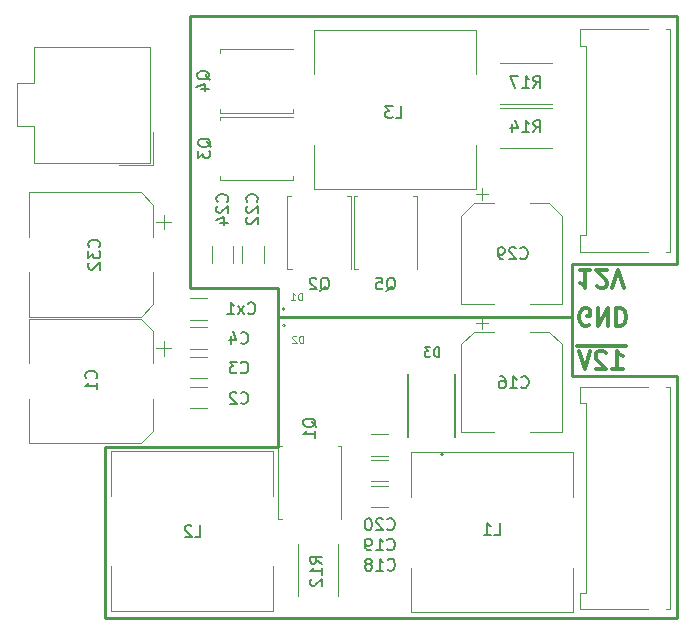
<source format=gbr>
G04 #@! TF.GenerationSoftware,KiCad,Pcbnew,(6.0.0)*
G04 #@! TF.CreationDate,2022-03-25T20:26:53+08:00*
G04 #@! TF.ProjectId,Dual-Power,4475616c-2d50-46f7-9765-722e6b696361,rev?*
G04 #@! TF.SameCoordinates,Original*
G04 #@! TF.FileFunction,Legend,Bot*
G04 #@! TF.FilePolarity,Positive*
%FSLAX46Y46*%
G04 Gerber Fmt 4.6, Leading zero omitted, Abs format (unit mm)*
G04 Created by KiCad (PCBNEW (6.0.0)) date 2022-03-25 20:26:53*
%MOMM*%
%LPD*%
G01*
G04 APERTURE LIST*
%ADD10C,0.250000*%
%ADD11C,0.120000*%
%ADD12C,0.300000*%
%ADD13C,0.150000*%
%ADD14C,0.100000*%
%ADD15C,0.127000*%
%ADD16C,0.200000*%
G04 APERTURE END LIST*
D10*
X135300000Y-97800000D02*
X135300000Y-86800000D01*
X160200000Y-91760000D02*
X160200000Y-86800000D01*
X160200000Y-91760000D02*
X169100000Y-91760000D01*
D11*
X135951421Y-87500000D02*
G75*
G03*
X135951421Y-87500000I-141421J0D01*
G01*
D10*
X169100000Y-91760000D02*
X169100000Y-112300000D01*
X160200000Y-82300000D02*
X169100000Y-82300000D01*
X169100000Y-112300000D02*
X120700000Y-112300000D01*
X135300000Y-86800000D02*
X160200000Y-86800000D01*
X120700000Y-97800000D02*
X135300000Y-97800000D01*
X127900000Y-84300000D02*
X135300000Y-84300000D01*
X160200000Y-86800000D02*
X160200000Y-82300000D01*
X127900000Y-61300000D02*
X127900000Y-84300000D01*
X169100000Y-61300000D02*
X127900000Y-61300000D01*
X135300000Y-84300000D02*
X135300000Y-86800000D01*
X169100000Y-82300000D02*
X169100000Y-61300000D01*
X120700000Y-112300000D02*
X120700000Y-97800000D01*
D11*
X135941421Y-86100000D02*
G75*
G03*
X135941421Y-86100000I-141421J0D01*
G01*
D12*
X161771428Y-82821428D02*
X160914285Y-82821428D01*
X161342857Y-82821428D02*
X161342857Y-84321428D01*
X161200000Y-84107142D01*
X161057142Y-83964285D01*
X160914285Y-83892857D01*
X162342857Y-84178571D02*
X162414285Y-84250000D01*
X162557142Y-84321428D01*
X162914285Y-84321428D01*
X163057142Y-84250000D01*
X163128571Y-84178571D01*
X163200000Y-84035714D01*
X163200000Y-83892857D01*
X163128571Y-83678571D01*
X162271428Y-82821428D01*
X163200000Y-82821428D01*
X163628571Y-84321428D02*
X164128571Y-82821428D01*
X164628571Y-84321428D01*
X164771427Y-89255000D02*
X163342856Y-89255000D01*
X163628570Y-91178571D02*
X164485713Y-91178571D01*
X164057141Y-91178571D02*
X164057141Y-89678571D01*
X164199999Y-89892857D01*
X164342856Y-90035714D01*
X164485713Y-90107142D01*
X163342856Y-89255000D02*
X161914284Y-89255000D01*
X163057141Y-89821428D02*
X162985713Y-89750000D01*
X162842856Y-89678571D01*
X162485713Y-89678571D01*
X162342856Y-89750000D01*
X162271427Y-89821428D01*
X162199999Y-89964285D01*
X162199999Y-90107142D01*
X162271427Y-90321428D01*
X163128570Y-91178571D01*
X162199999Y-91178571D01*
X161914284Y-89255000D02*
X160628570Y-89255000D01*
X161771427Y-89678571D02*
X161271427Y-91178571D01*
X160771427Y-89678571D01*
X161657142Y-87450000D02*
X161514285Y-87521428D01*
X161300000Y-87521428D01*
X161085714Y-87450000D01*
X160942857Y-87307142D01*
X160871428Y-87164285D01*
X160800000Y-86878571D01*
X160800000Y-86664285D01*
X160871428Y-86378571D01*
X160942857Y-86235714D01*
X161085714Y-86092857D01*
X161300000Y-86021428D01*
X161442857Y-86021428D01*
X161657142Y-86092857D01*
X161728571Y-86164285D01*
X161728571Y-86664285D01*
X161442857Y-86664285D01*
X162371428Y-86021428D02*
X162371428Y-87521428D01*
X163228571Y-86021428D01*
X163228571Y-87521428D01*
X163942857Y-86021428D02*
X163942857Y-87521428D01*
X164300000Y-87521428D01*
X164514285Y-87450000D01*
X164657142Y-87307142D01*
X164728571Y-87164285D01*
X164800000Y-86878571D01*
X164800000Y-86664285D01*
X164728571Y-86378571D01*
X164657142Y-86235714D01*
X164514285Y-86092857D01*
X164300000Y-86021428D01*
X163942857Y-86021428D01*
D13*
G04 #@! TO.C,C1*
X119907142Y-91963333D02*
X119954761Y-91915714D01*
X120002380Y-91772857D01*
X120002380Y-91677619D01*
X119954761Y-91534761D01*
X119859523Y-91439523D01*
X119764285Y-91391904D01*
X119573809Y-91344285D01*
X119430952Y-91344285D01*
X119240476Y-91391904D01*
X119145238Y-91439523D01*
X119050000Y-91534761D01*
X119002380Y-91677619D01*
X119002380Y-91772857D01*
X119050000Y-91915714D01*
X119097619Y-91963333D01*
X120002380Y-92915714D02*
X120002380Y-92344285D01*
X120002380Y-92630000D02*
X119002380Y-92630000D01*
X119145238Y-92534761D01*
X119240476Y-92439523D01*
X119288095Y-92344285D01*
G04 #@! TO.C,C2*
X132166666Y-94057142D02*
X132214285Y-94104761D01*
X132357142Y-94152380D01*
X132452380Y-94152380D01*
X132595238Y-94104761D01*
X132690476Y-94009523D01*
X132738095Y-93914285D01*
X132785714Y-93723809D01*
X132785714Y-93580952D01*
X132738095Y-93390476D01*
X132690476Y-93295238D01*
X132595238Y-93200000D01*
X132452380Y-93152380D01*
X132357142Y-93152380D01*
X132214285Y-93200000D01*
X132166666Y-93247619D01*
X131785714Y-93247619D02*
X131738095Y-93200000D01*
X131642857Y-93152380D01*
X131404761Y-93152380D01*
X131309523Y-93200000D01*
X131261904Y-93247619D01*
X131214285Y-93342857D01*
X131214285Y-93438095D01*
X131261904Y-93580952D01*
X131833333Y-94152380D01*
X131214285Y-94152380D01*
G04 #@! TO.C,C3*
X132166666Y-91457142D02*
X132214285Y-91504761D01*
X132357142Y-91552380D01*
X132452380Y-91552380D01*
X132595238Y-91504761D01*
X132690476Y-91409523D01*
X132738095Y-91314285D01*
X132785714Y-91123809D01*
X132785714Y-90980952D01*
X132738095Y-90790476D01*
X132690476Y-90695238D01*
X132595238Y-90600000D01*
X132452380Y-90552380D01*
X132357142Y-90552380D01*
X132214285Y-90600000D01*
X132166666Y-90647619D01*
X131833333Y-90552380D02*
X131214285Y-90552380D01*
X131547619Y-90933333D01*
X131404761Y-90933333D01*
X131309523Y-90980952D01*
X131261904Y-91028571D01*
X131214285Y-91123809D01*
X131214285Y-91361904D01*
X131261904Y-91457142D01*
X131309523Y-91504761D01*
X131404761Y-91552380D01*
X131690476Y-91552380D01*
X131785714Y-91504761D01*
X131833333Y-91457142D01*
G04 #@! TO.C,C4*
X132166666Y-88957142D02*
X132214285Y-89004761D01*
X132357142Y-89052380D01*
X132452380Y-89052380D01*
X132595238Y-89004761D01*
X132690476Y-88909523D01*
X132738095Y-88814285D01*
X132785714Y-88623809D01*
X132785714Y-88480952D01*
X132738095Y-88290476D01*
X132690476Y-88195238D01*
X132595238Y-88100000D01*
X132452380Y-88052380D01*
X132357142Y-88052380D01*
X132214285Y-88100000D01*
X132166666Y-88147619D01*
X131309523Y-88385714D02*
X131309523Y-89052380D01*
X131547619Y-88004761D02*
X131785714Y-88719047D01*
X131166666Y-88719047D01*
G04 #@! TO.C,C16*
X155912857Y-92707142D02*
X155960476Y-92754761D01*
X156103333Y-92802380D01*
X156198571Y-92802380D01*
X156341428Y-92754761D01*
X156436666Y-92659523D01*
X156484285Y-92564285D01*
X156531904Y-92373809D01*
X156531904Y-92230952D01*
X156484285Y-92040476D01*
X156436666Y-91945238D01*
X156341428Y-91850000D01*
X156198571Y-91802380D01*
X156103333Y-91802380D01*
X155960476Y-91850000D01*
X155912857Y-91897619D01*
X154960476Y-92802380D02*
X155531904Y-92802380D01*
X155246190Y-92802380D02*
X155246190Y-91802380D01*
X155341428Y-91945238D01*
X155436666Y-92040476D01*
X155531904Y-92088095D01*
X154103333Y-91802380D02*
X154293809Y-91802380D01*
X154389047Y-91850000D01*
X154436666Y-91897619D01*
X154531904Y-92040476D01*
X154579523Y-92230952D01*
X154579523Y-92611904D01*
X154531904Y-92707142D01*
X154484285Y-92754761D01*
X154389047Y-92802380D01*
X154198571Y-92802380D01*
X154103333Y-92754761D01*
X154055714Y-92707142D01*
X154008095Y-92611904D01*
X154008095Y-92373809D01*
X154055714Y-92278571D01*
X154103333Y-92230952D01*
X154198571Y-92183333D01*
X154389047Y-92183333D01*
X154484285Y-92230952D01*
X154531904Y-92278571D01*
X154579523Y-92373809D01*
G04 #@! TO.C,C18*
X144602857Y-108157142D02*
X144650476Y-108204761D01*
X144793333Y-108252380D01*
X144888571Y-108252380D01*
X145031428Y-108204761D01*
X145126666Y-108109523D01*
X145174285Y-108014285D01*
X145221904Y-107823809D01*
X145221904Y-107680952D01*
X145174285Y-107490476D01*
X145126666Y-107395238D01*
X145031428Y-107300000D01*
X144888571Y-107252380D01*
X144793333Y-107252380D01*
X144650476Y-107300000D01*
X144602857Y-107347619D01*
X143650476Y-108252380D02*
X144221904Y-108252380D01*
X143936190Y-108252380D02*
X143936190Y-107252380D01*
X144031428Y-107395238D01*
X144126666Y-107490476D01*
X144221904Y-107538095D01*
X143079047Y-107680952D02*
X143174285Y-107633333D01*
X143221904Y-107585714D01*
X143269523Y-107490476D01*
X143269523Y-107442857D01*
X143221904Y-107347619D01*
X143174285Y-107300000D01*
X143079047Y-107252380D01*
X142888571Y-107252380D01*
X142793333Y-107300000D01*
X142745714Y-107347619D01*
X142698095Y-107442857D01*
X142698095Y-107490476D01*
X142745714Y-107585714D01*
X142793333Y-107633333D01*
X142888571Y-107680952D01*
X143079047Y-107680952D01*
X143174285Y-107728571D01*
X143221904Y-107776190D01*
X143269523Y-107871428D01*
X143269523Y-108061904D01*
X143221904Y-108157142D01*
X143174285Y-108204761D01*
X143079047Y-108252380D01*
X142888571Y-108252380D01*
X142793333Y-108204761D01*
X142745714Y-108157142D01*
X142698095Y-108061904D01*
X142698095Y-107871428D01*
X142745714Y-107776190D01*
X142793333Y-107728571D01*
X142888571Y-107680952D01*
G04 #@! TO.C,C19*
X144577857Y-106457142D02*
X144625476Y-106504761D01*
X144768333Y-106552380D01*
X144863571Y-106552380D01*
X145006428Y-106504761D01*
X145101666Y-106409523D01*
X145149285Y-106314285D01*
X145196904Y-106123809D01*
X145196904Y-105980952D01*
X145149285Y-105790476D01*
X145101666Y-105695238D01*
X145006428Y-105600000D01*
X144863571Y-105552380D01*
X144768333Y-105552380D01*
X144625476Y-105600000D01*
X144577857Y-105647619D01*
X143625476Y-106552380D02*
X144196904Y-106552380D01*
X143911190Y-106552380D02*
X143911190Y-105552380D01*
X144006428Y-105695238D01*
X144101666Y-105790476D01*
X144196904Y-105838095D01*
X143149285Y-106552380D02*
X142958809Y-106552380D01*
X142863571Y-106504761D01*
X142815952Y-106457142D01*
X142720714Y-106314285D01*
X142673095Y-106123809D01*
X142673095Y-105742857D01*
X142720714Y-105647619D01*
X142768333Y-105600000D01*
X142863571Y-105552380D01*
X143054047Y-105552380D01*
X143149285Y-105600000D01*
X143196904Y-105647619D01*
X143244523Y-105742857D01*
X143244523Y-105980952D01*
X143196904Y-106076190D01*
X143149285Y-106123809D01*
X143054047Y-106171428D01*
X142863571Y-106171428D01*
X142768333Y-106123809D01*
X142720714Y-106076190D01*
X142673095Y-105980952D01*
G04 #@! TO.C,C20*
X144577857Y-104737142D02*
X144625476Y-104784761D01*
X144768333Y-104832380D01*
X144863571Y-104832380D01*
X145006428Y-104784761D01*
X145101666Y-104689523D01*
X145149285Y-104594285D01*
X145196904Y-104403809D01*
X145196904Y-104260952D01*
X145149285Y-104070476D01*
X145101666Y-103975238D01*
X145006428Y-103880000D01*
X144863571Y-103832380D01*
X144768333Y-103832380D01*
X144625476Y-103880000D01*
X144577857Y-103927619D01*
X144196904Y-103927619D02*
X144149285Y-103880000D01*
X144054047Y-103832380D01*
X143815952Y-103832380D01*
X143720714Y-103880000D01*
X143673095Y-103927619D01*
X143625476Y-104022857D01*
X143625476Y-104118095D01*
X143673095Y-104260952D01*
X144244523Y-104832380D01*
X143625476Y-104832380D01*
X143006428Y-103832380D02*
X142911190Y-103832380D01*
X142815952Y-103880000D01*
X142768333Y-103927619D01*
X142720714Y-104022857D01*
X142673095Y-104213333D01*
X142673095Y-104451428D01*
X142720714Y-104641904D01*
X142768333Y-104737142D01*
X142815952Y-104784761D01*
X142911190Y-104832380D01*
X143006428Y-104832380D01*
X143101666Y-104784761D01*
X143149285Y-104737142D01*
X143196904Y-104641904D01*
X143244523Y-104451428D01*
X143244523Y-104213333D01*
X143196904Y-104022857D01*
X143149285Y-103927619D01*
X143101666Y-103880000D01*
X143006428Y-103832380D01*
G04 #@! TO.C,C22*
X133507142Y-77017143D02*
X133554761Y-76969524D01*
X133602380Y-76826667D01*
X133602380Y-76731429D01*
X133554761Y-76588572D01*
X133459523Y-76493334D01*
X133364285Y-76445715D01*
X133173809Y-76398096D01*
X133030952Y-76398096D01*
X132840476Y-76445715D01*
X132745238Y-76493334D01*
X132650000Y-76588572D01*
X132602380Y-76731429D01*
X132602380Y-76826667D01*
X132650000Y-76969524D01*
X132697619Y-77017143D01*
X132697619Y-77398096D02*
X132650000Y-77445715D01*
X132602380Y-77540953D01*
X132602380Y-77779048D01*
X132650000Y-77874286D01*
X132697619Y-77921905D01*
X132792857Y-77969524D01*
X132888095Y-77969524D01*
X133030952Y-77921905D01*
X133602380Y-77350477D01*
X133602380Y-77969524D01*
X132697619Y-78350477D02*
X132650000Y-78398096D01*
X132602380Y-78493334D01*
X132602380Y-78731429D01*
X132650000Y-78826667D01*
X132697619Y-78874286D01*
X132792857Y-78921905D01*
X132888095Y-78921905D01*
X133030952Y-78874286D01*
X133602380Y-78302858D01*
X133602380Y-78921905D01*
G04 #@! TO.C,C24*
X131007142Y-77017142D02*
X131054761Y-76969523D01*
X131102380Y-76826666D01*
X131102380Y-76731428D01*
X131054761Y-76588571D01*
X130959523Y-76493333D01*
X130864285Y-76445714D01*
X130673809Y-76398095D01*
X130530952Y-76398095D01*
X130340476Y-76445714D01*
X130245238Y-76493333D01*
X130150000Y-76588571D01*
X130102380Y-76731428D01*
X130102380Y-76826666D01*
X130150000Y-76969523D01*
X130197619Y-77017142D01*
X130197619Y-77398095D02*
X130150000Y-77445714D01*
X130102380Y-77540952D01*
X130102380Y-77779047D01*
X130150000Y-77874285D01*
X130197619Y-77921904D01*
X130292857Y-77969523D01*
X130388095Y-77969523D01*
X130530952Y-77921904D01*
X131102380Y-77350476D01*
X131102380Y-77969523D01*
X130435714Y-78826666D02*
X131102380Y-78826666D01*
X130054761Y-78588571D02*
X130769047Y-78350476D01*
X130769047Y-78969523D01*
D14*
G04 #@! TO.C,D1*
X137342857Y-85381479D02*
X137342857Y-84781479D01*
X137200000Y-84781479D01*
X137114285Y-84810051D01*
X137057142Y-84867193D01*
X137028571Y-84924336D01*
X137000000Y-85038622D01*
X137000000Y-85124336D01*
X137028571Y-85238622D01*
X137057142Y-85295765D01*
X137114285Y-85352908D01*
X137200000Y-85381479D01*
X137342857Y-85381479D01*
X136428571Y-85381479D02*
X136771428Y-85381479D01*
X136600000Y-85381479D02*
X136600000Y-84781479D01*
X136657142Y-84867193D01*
X136714285Y-84924336D01*
X136771428Y-84952908D01*
G04 #@! TO.C,D2*
X137442857Y-88971428D02*
X137442857Y-88371428D01*
X137300000Y-88371428D01*
X137214285Y-88400000D01*
X137157142Y-88457142D01*
X137128571Y-88514285D01*
X137100000Y-88628571D01*
X137100000Y-88714285D01*
X137128571Y-88828571D01*
X137157142Y-88885714D01*
X137214285Y-88942857D01*
X137300000Y-88971428D01*
X137442857Y-88971428D01*
X136871428Y-88428571D02*
X136842857Y-88400000D01*
X136785714Y-88371428D01*
X136642857Y-88371428D01*
X136585714Y-88400000D01*
X136557142Y-88428571D01*
X136528571Y-88485714D01*
X136528571Y-88542857D01*
X136557142Y-88628571D01*
X136900000Y-88971428D01*
X136528571Y-88971428D01*
D13*
G04 #@! TO.C,D3*
X148950476Y-90153904D02*
X148950476Y-89353904D01*
X148760000Y-89353904D01*
X148645714Y-89392000D01*
X148569523Y-89468190D01*
X148531428Y-89544380D01*
X148493333Y-89696761D01*
X148493333Y-89811047D01*
X148531428Y-89963428D01*
X148569523Y-90039619D01*
X148645714Y-90115809D01*
X148760000Y-90153904D01*
X148950476Y-90153904D01*
X148226666Y-89353904D02*
X147731428Y-89353904D01*
X147998095Y-89658666D01*
X147883809Y-89658666D01*
X147807619Y-89696761D01*
X147769523Y-89734857D01*
X147731428Y-89811047D01*
X147731428Y-90001523D01*
X147769523Y-90077714D01*
X147807619Y-90115809D01*
X147883809Y-90153904D01*
X148112380Y-90153904D01*
X148188571Y-90115809D01*
X148226666Y-90077714D01*
G04 #@! TO.C,L1*
X153616666Y-105232380D02*
X154092857Y-105232380D01*
X154092857Y-104232380D01*
X152759523Y-105232380D02*
X153330952Y-105232380D01*
X153045238Y-105232380D02*
X153045238Y-104232380D01*
X153140476Y-104375238D01*
X153235714Y-104470476D01*
X153330952Y-104518095D01*
G04 #@! TO.C,L2*
X128256666Y-105392380D02*
X128732857Y-105392380D01*
X128732857Y-104392380D01*
X127970952Y-104487619D02*
X127923333Y-104440000D01*
X127828095Y-104392380D01*
X127590000Y-104392380D01*
X127494761Y-104440000D01*
X127447142Y-104487619D01*
X127399523Y-104582857D01*
X127399523Y-104678095D01*
X127447142Y-104820952D01*
X128018571Y-105392380D01*
X127399523Y-105392380D01*
G04 #@! TO.C,L3*
X145266666Y-69922380D02*
X145742857Y-69922380D01*
X145742857Y-68922380D01*
X145028571Y-68922380D02*
X144409523Y-68922380D01*
X144742857Y-69303333D01*
X144600000Y-69303333D01*
X144504761Y-69350952D01*
X144457142Y-69398571D01*
X144409523Y-69493809D01*
X144409523Y-69731904D01*
X144457142Y-69827142D01*
X144504761Y-69874761D01*
X144600000Y-69922380D01*
X144885714Y-69922380D01*
X144980952Y-69874761D01*
X145028571Y-69827142D01*
G04 #@! TO.C,Q1*
X138547619Y-96104761D02*
X138500000Y-96009523D01*
X138404761Y-95914285D01*
X138261904Y-95771428D01*
X138214285Y-95676190D01*
X138214285Y-95580952D01*
X138452380Y-95628571D02*
X138404761Y-95533333D01*
X138309523Y-95438095D01*
X138119047Y-95390476D01*
X137785714Y-95390476D01*
X137595238Y-95438095D01*
X137500000Y-95533333D01*
X137452380Y-95628571D01*
X137452380Y-95819047D01*
X137500000Y-95914285D01*
X137595238Y-96009523D01*
X137785714Y-96057142D01*
X138119047Y-96057142D01*
X138309523Y-96009523D01*
X138404761Y-95914285D01*
X138452380Y-95819047D01*
X138452380Y-95628571D01*
X138452380Y-97009523D02*
X138452380Y-96438095D01*
X138452380Y-96723809D02*
X137452380Y-96723809D01*
X137595238Y-96628571D01*
X137690476Y-96533333D01*
X137738095Y-96438095D01*
G04 #@! TO.C,Q2*
X138895238Y-84547619D02*
X138990476Y-84500000D01*
X139085714Y-84404761D01*
X139228571Y-84261904D01*
X139323809Y-84214285D01*
X139419047Y-84214285D01*
X139371428Y-84452380D02*
X139466666Y-84404761D01*
X139561904Y-84309523D01*
X139609523Y-84119047D01*
X139609523Y-83785714D01*
X139561904Y-83595238D01*
X139466666Y-83500000D01*
X139371428Y-83452380D01*
X139180952Y-83452380D01*
X139085714Y-83500000D01*
X138990476Y-83595238D01*
X138942857Y-83785714D01*
X138942857Y-84119047D01*
X138990476Y-84309523D01*
X139085714Y-84404761D01*
X139180952Y-84452380D01*
X139371428Y-84452380D01*
X138561904Y-83547619D02*
X138514285Y-83500000D01*
X138419047Y-83452380D01*
X138180952Y-83452380D01*
X138085714Y-83500000D01*
X138038095Y-83547619D01*
X137990476Y-83642857D01*
X137990476Y-83738095D01*
X138038095Y-83880952D01*
X138609523Y-84452380D01*
X137990476Y-84452380D01*
G04 #@! TO.C,Q3*
X129647619Y-72404761D02*
X129600000Y-72309523D01*
X129504761Y-72214285D01*
X129361904Y-72071428D01*
X129314285Y-71976190D01*
X129314285Y-71880952D01*
X129552380Y-71928571D02*
X129504761Y-71833333D01*
X129409523Y-71738095D01*
X129219047Y-71690476D01*
X128885714Y-71690476D01*
X128695238Y-71738095D01*
X128600000Y-71833333D01*
X128552380Y-71928571D01*
X128552380Y-72119047D01*
X128600000Y-72214285D01*
X128695238Y-72309523D01*
X128885714Y-72357142D01*
X129219047Y-72357142D01*
X129409523Y-72309523D01*
X129504761Y-72214285D01*
X129552380Y-72119047D01*
X129552380Y-71928571D01*
X128552380Y-72690476D02*
X128552380Y-73309523D01*
X128933333Y-72976190D01*
X128933333Y-73119047D01*
X128980952Y-73214285D01*
X129028571Y-73261904D01*
X129123809Y-73309523D01*
X129361904Y-73309523D01*
X129457142Y-73261904D01*
X129504761Y-73214285D01*
X129552380Y-73119047D01*
X129552380Y-72833333D01*
X129504761Y-72738095D01*
X129457142Y-72690476D01*
G04 #@! TO.C,R12*
X139042380Y-107657142D02*
X138566190Y-107323809D01*
X139042380Y-107085714D02*
X138042380Y-107085714D01*
X138042380Y-107466666D01*
X138090000Y-107561904D01*
X138137619Y-107609523D01*
X138232857Y-107657142D01*
X138375714Y-107657142D01*
X138470952Y-107609523D01*
X138518571Y-107561904D01*
X138566190Y-107466666D01*
X138566190Y-107085714D01*
X139042380Y-108609523D02*
X139042380Y-108038095D01*
X139042380Y-108323809D02*
X138042380Y-108323809D01*
X138185238Y-108228571D01*
X138280476Y-108133333D01*
X138328095Y-108038095D01*
X138137619Y-108990476D02*
X138090000Y-109038095D01*
X138042380Y-109133333D01*
X138042380Y-109371428D01*
X138090000Y-109466666D01*
X138137619Y-109514285D01*
X138232857Y-109561904D01*
X138328095Y-109561904D01*
X138470952Y-109514285D01*
X139042380Y-108942857D01*
X139042380Y-109561904D01*
G04 #@! TO.C,R14*
X156942857Y-71132380D02*
X157276190Y-70656190D01*
X157514285Y-71132380D02*
X157514285Y-70132380D01*
X157133333Y-70132380D01*
X157038095Y-70180000D01*
X156990476Y-70227619D01*
X156942857Y-70322857D01*
X156942857Y-70465714D01*
X156990476Y-70560952D01*
X157038095Y-70608571D01*
X157133333Y-70656190D01*
X157514285Y-70656190D01*
X155990476Y-71132380D02*
X156561904Y-71132380D01*
X156276190Y-71132380D02*
X156276190Y-70132380D01*
X156371428Y-70275238D01*
X156466666Y-70370476D01*
X156561904Y-70418095D01*
X155133333Y-70465714D02*
X155133333Y-71132380D01*
X155371428Y-70084761D02*
X155609523Y-70799047D01*
X154990476Y-70799047D01*
G04 #@! TO.C,C29*
X155832857Y-81787142D02*
X155880476Y-81834761D01*
X156023333Y-81882380D01*
X156118571Y-81882380D01*
X156261428Y-81834761D01*
X156356666Y-81739523D01*
X156404285Y-81644285D01*
X156451904Y-81453809D01*
X156451904Y-81310952D01*
X156404285Y-81120476D01*
X156356666Y-81025238D01*
X156261428Y-80930000D01*
X156118571Y-80882380D01*
X156023333Y-80882380D01*
X155880476Y-80930000D01*
X155832857Y-80977619D01*
X155451904Y-80977619D02*
X155404285Y-80930000D01*
X155309047Y-80882380D01*
X155070952Y-80882380D01*
X154975714Y-80930000D01*
X154928095Y-80977619D01*
X154880476Y-81072857D01*
X154880476Y-81168095D01*
X154928095Y-81310952D01*
X155499523Y-81882380D01*
X154880476Y-81882380D01*
X154404285Y-81882380D02*
X154213809Y-81882380D01*
X154118571Y-81834761D01*
X154070952Y-81787142D01*
X153975714Y-81644285D01*
X153928095Y-81453809D01*
X153928095Y-81072857D01*
X153975714Y-80977619D01*
X154023333Y-80930000D01*
X154118571Y-80882380D01*
X154309047Y-80882380D01*
X154404285Y-80930000D01*
X154451904Y-80977619D01*
X154499523Y-81072857D01*
X154499523Y-81310952D01*
X154451904Y-81406190D01*
X154404285Y-81453809D01*
X154309047Y-81501428D01*
X154118571Y-81501428D01*
X154023333Y-81453809D01*
X153975714Y-81406190D01*
X153928095Y-81310952D01*
G04 #@! TO.C,C32*
X120157142Y-80857142D02*
X120204761Y-80809523D01*
X120252380Y-80666666D01*
X120252380Y-80571428D01*
X120204761Y-80428571D01*
X120109523Y-80333333D01*
X120014285Y-80285714D01*
X119823809Y-80238095D01*
X119680952Y-80238095D01*
X119490476Y-80285714D01*
X119395238Y-80333333D01*
X119300000Y-80428571D01*
X119252380Y-80571428D01*
X119252380Y-80666666D01*
X119300000Y-80809523D01*
X119347619Y-80857142D01*
X119252380Y-81190476D02*
X119252380Y-81809523D01*
X119633333Y-81476190D01*
X119633333Y-81619047D01*
X119680952Y-81714285D01*
X119728571Y-81761904D01*
X119823809Y-81809523D01*
X120061904Y-81809523D01*
X120157142Y-81761904D01*
X120204761Y-81714285D01*
X120252380Y-81619047D01*
X120252380Y-81333333D01*
X120204761Y-81238095D01*
X120157142Y-81190476D01*
X119347619Y-82190476D02*
X119300000Y-82238095D01*
X119252380Y-82333333D01*
X119252380Y-82571428D01*
X119300000Y-82666666D01*
X119347619Y-82714285D01*
X119442857Y-82761904D01*
X119538095Y-82761904D01*
X119680952Y-82714285D01*
X120252380Y-82142857D01*
X120252380Y-82761904D01*
G04 #@! TO.C,Q4*
X129547619Y-66704761D02*
X129500000Y-66609523D01*
X129404761Y-66514285D01*
X129261904Y-66371428D01*
X129214285Y-66276190D01*
X129214285Y-66180952D01*
X129452380Y-66228571D02*
X129404761Y-66133333D01*
X129309523Y-66038095D01*
X129119047Y-65990476D01*
X128785714Y-65990476D01*
X128595238Y-66038095D01*
X128500000Y-66133333D01*
X128452380Y-66228571D01*
X128452380Y-66419047D01*
X128500000Y-66514285D01*
X128595238Y-66609523D01*
X128785714Y-66657142D01*
X129119047Y-66657142D01*
X129309523Y-66609523D01*
X129404761Y-66514285D01*
X129452380Y-66419047D01*
X129452380Y-66228571D01*
X128785714Y-67514285D02*
X129452380Y-67514285D01*
X128404761Y-67276190D02*
X129119047Y-67038095D01*
X129119047Y-67657142D01*
G04 #@! TO.C,Q5*
X144495238Y-84547619D02*
X144590476Y-84500000D01*
X144685714Y-84404761D01*
X144828571Y-84261904D01*
X144923809Y-84214285D01*
X145019047Y-84214285D01*
X144971428Y-84452380D02*
X145066666Y-84404761D01*
X145161904Y-84309523D01*
X145209523Y-84119047D01*
X145209523Y-83785714D01*
X145161904Y-83595238D01*
X145066666Y-83500000D01*
X144971428Y-83452380D01*
X144780952Y-83452380D01*
X144685714Y-83500000D01*
X144590476Y-83595238D01*
X144542857Y-83785714D01*
X144542857Y-84119047D01*
X144590476Y-84309523D01*
X144685714Y-84404761D01*
X144780952Y-84452380D01*
X144971428Y-84452380D01*
X143638095Y-83452380D02*
X144114285Y-83452380D01*
X144161904Y-83928571D01*
X144114285Y-83880952D01*
X144019047Y-83833333D01*
X143780952Y-83833333D01*
X143685714Y-83880952D01*
X143638095Y-83928571D01*
X143590476Y-84023809D01*
X143590476Y-84261904D01*
X143638095Y-84357142D01*
X143685714Y-84404761D01*
X143780952Y-84452380D01*
X144019047Y-84452380D01*
X144114285Y-84404761D01*
X144161904Y-84357142D01*
G04 #@! TO.C,R17*
X156942857Y-67352380D02*
X157276190Y-66876190D01*
X157514285Y-67352380D02*
X157514285Y-66352380D01*
X157133333Y-66352380D01*
X157038095Y-66400000D01*
X156990476Y-66447619D01*
X156942857Y-66542857D01*
X156942857Y-66685714D01*
X156990476Y-66780952D01*
X157038095Y-66828571D01*
X157133333Y-66876190D01*
X157514285Y-66876190D01*
X155990476Y-67352380D02*
X156561904Y-67352380D01*
X156276190Y-67352380D02*
X156276190Y-66352380D01*
X156371428Y-66495238D01*
X156466666Y-66590476D01*
X156561904Y-66638095D01*
X155657142Y-66352380D02*
X154990476Y-66352380D01*
X155419047Y-67352380D01*
G04 #@! TO.C,Cx1*
X132771428Y-86457142D02*
X132819047Y-86504761D01*
X132961904Y-86552380D01*
X133057142Y-86552380D01*
X133200000Y-86504761D01*
X133295238Y-86409523D01*
X133342857Y-86314285D01*
X133390476Y-86123809D01*
X133390476Y-85980952D01*
X133342857Y-85790476D01*
X133295238Y-85695238D01*
X133200000Y-85600000D01*
X133057142Y-85552380D01*
X132961904Y-85552380D01*
X132819047Y-85600000D01*
X132771428Y-85647619D01*
X132438095Y-86552380D02*
X131914285Y-85885714D01*
X132438095Y-85885714D02*
X131914285Y-86552380D01*
X131009523Y-86552380D02*
X131580952Y-86552380D01*
X131295238Y-86552380D02*
X131295238Y-85552380D01*
X131390476Y-85695238D01*
X131485714Y-85790476D01*
X131580952Y-85838095D01*
D14*
G04 #@! TO.C,C1*
X114240000Y-97460000D02*
X114240000Y-93710000D01*
X124760000Y-96395563D02*
X124760000Y-93710000D01*
X124760000Y-88004437D02*
X123695563Y-86940000D01*
X126250000Y-89440000D02*
X125000000Y-89440000D01*
X123695563Y-97460000D02*
X114240000Y-97460000D01*
X123695563Y-86940000D02*
X114240000Y-86940000D01*
X124760000Y-88004437D02*
X124760000Y-90690000D01*
X114240000Y-86940000D02*
X114240000Y-90690000D01*
X125625000Y-88815000D02*
X125625000Y-90065000D01*
X124760000Y-96395563D02*
X123695563Y-97460000D01*
D11*
G04 #@! TO.C,C2*
X127888748Y-92690000D02*
X129311252Y-92690000D01*
X127888748Y-94510000D02*
X129311252Y-94510000D01*
G04 #@! TO.C,C3*
X127888748Y-90167778D02*
X129311252Y-90167778D01*
X127888748Y-91987778D02*
X129311252Y-91987778D01*
G04 #@! TO.C,C4*
X127888748Y-87645556D02*
X129311252Y-87645556D01*
X127888748Y-89465556D02*
X129311252Y-89465556D01*
D14*
G04 #@! TO.C,C16*
X152090000Y-87300000D02*
X153090000Y-87300000D01*
X152590000Y-86800000D02*
X152590000Y-87800000D01*
X158295563Y-88040000D02*
X159360000Y-89104437D01*
X158295563Y-88040000D02*
X156610000Y-88040000D01*
X159360000Y-96560000D02*
X156610000Y-96560000D01*
X159360000Y-89104437D02*
X159360000Y-96560000D01*
X150840000Y-96560000D02*
X153590000Y-96560000D01*
X151904437Y-88040000D02*
X150840000Y-89104437D01*
X151904437Y-88040000D02*
X153590000Y-88040000D01*
X150840000Y-89104437D02*
X150840000Y-96560000D01*
D11*
G04 #@! TO.C,C18*
X144611252Y-96690000D02*
X143188748Y-96690000D01*
X144611252Y-98510000D02*
X143188748Y-98510000D01*
G04 #@! TO.C,C19*
X144611252Y-102910000D02*
X143188748Y-102910000D01*
X144611252Y-101090000D02*
X143188748Y-101090000D01*
G04 #@! TO.C,C20*
X144611252Y-100710000D02*
X143188748Y-100710000D01*
X144611252Y-98890000D02*
X143188748Y-98890000D01*
G04 #@! TO.C,C22*
X134110000Y-80788748D02*
X134110000Y-82211252D01*
X132290000Y-80788748D02*
X132290000Y-82211252D01*
G04 #@! TO.C,C24*
X131510000Y-80788748D02*
X131510000Y-82211252D01*
X129690000Y-80788748D02*
X129690000Y-82211252D01*
D14*
G04 #@! TO.C,D1*
X135860000Y-86100000D02*
G75*
G03*
X135860000Y-86100000I-50000J0D01*
G01*
G04 #@! TO.C,D2*
X135860000Y-87500000D02*
G75*
G03*
X135860000Y-87500000I-50000J0D01*
G01*
D15*
G04 #@! TO.C,D3*
X146315000Y-91615000D02*
X146315000Y-96985000D01*
X150285000Y-96985000D02*
X150285000Y-91615000D01*
D16*
X149300000Y-98400000D02*
G75*
G03*
X149300000Y-98400000I-100000J0D01*
G01*
D11*
G04 #@! TO.C,L1*
X160250000Y-98250000D02*
X153400000Y-98250000D01*
X146550000Y-108000000D02*
X146550000Y-111750000D01*
X160250000Y-102000000D02*
X160250000Y-98250000D01*
X146550000Y-111750000D02*
X153400000Y-111750000D01*
X146550000Y-98250000D02*
X153400000Y-98250000D01*
X160250000Y-108000000D02*
X160250000Y-111750000D01*
X160250000Y-111750000D02*
X153400000Y-111750000D01*
X146550000Y-102000000D02*
X146550000Y-98250000D01*
G04 #@! TO.C,L2*
X121150000Y-107900000D02*
X121150000Y-111650000D01*
X134850000Y-107900000D02*
X134850000Y-111650000D01*
X121150000Y-98150000D02*
X128000000Y-98150000D01*
X121150000Y-111650000D02*
X128000000Y-111650000D01*
X121150000Y-101900000D02*
X121150000Y-98150000D01*
X134850000Y-101900000D02*
X134850000Y-98150000D01*
X134850000Y-111650000D02*
X128000000Y-111650000D01*
X134850000Y-98150000D02*
X128000000Y-98150000D01*
G04 #@! TO.C,L3*
X138350000Y-75950000D02*
X145200000Y-75950000D01*
X152050000Y-72200000D02*
X152050000Y-75950000D01*
X152050000Y-66200000D02*
X152050000Y-62450000D01*
X152050000Y-75950000D02*
X145200000Y-75950000D01*
X138350000Y-62450000D02*
X145200000Y-62450000D01*
X138350000Y-66200000D02*
X138350000Y-62450000D01*
X152050000Y-62450000D02*
X145200000Y-62450000D01*
X138350000Y-72200000D02*
X138350000Y-75950000D01*
D14*
G04 #@! TO.C,Q1*
X135665000Y-103860000D02*
X135315000Y-103860000D01*
X140685000Y-97740000D02*
X140685000Y-103860000D01*
X135615000Y-97740000D02*
X135315000Y-97740000D01*
X135315000Y-97740000D02*
X135315000Y-103860000D01*
X140385000Y-97740000D02*
X140685000Y-97740000D01*
G04 #@! TO.C,Q2*
X136115000Y-76580000D02*
X136115000Y-82700000D01*
X136415000Y-76580000D02*
X136115000Y-76580000D01*
X141185000Y-76580000D02*
X141485000Y-76580000D01*
X136465000Y-82700000D02*
X136115000Y-82700000D01*
X141485000Y-76580000D02*
X141485000Y-82700000D01*
G04 #@! TO.C,Q3*
X130440000Y-70115000D02*
X130440000Y-69815000D01*
X130440000Y-74885000D02*
X130440000Y-75185000D01*
X130440000Y-69815000D02*
X136560000Y-69815000D01*
X136560000Y-74835000D02*
X136560000Y-75185000D01*
X130440000Y-75185000D02*
X136560000Y-75185000D01*
D11*
G04 #@! TO.C,R12*
X136990000Y-106022936D02*
X136990000Y-110377064D01*
X140410000Y-106022936D02*
X140410000Y-110377064D01*
G04 #@! TO.C,R14*
X158507064Y-72510000D02*
X154152936Y-72510000D01*
X158507064Y-69090000D02*
X154152936Y-69090000D01*
D14*
G04 #@! TO.C,C29*
X152090000Y-76400000D02*
X153090000Y-76400000D01*
X158295563Y-77140000D02*
X156610000Y-77140000D01*
X151904437Y-77140000D02*
X150840000Y-78204437D01*
X159360000Y-85660000D02*
X156610000Y-85660000D01*
X150840000Y-78204437D02*
X150840000Y-85660000D01*
X152590000Y-75900000D02*
X152590000Y-76900000D01*
X151904437Y-77140000D02*
X153590000Y-77140000D01*
X150840000Y-85660000D02*
X153590000Y-85660000D01*
X158295563Y-77140000D02*
X159360000Y-78204437D01*
X159360000Y-78204437D02*
X159360000Y-85660000D01*
D11*
G04 #@! TO.C,C32*
X124760000Y-77304437D02*
X124760000Y-79990000D01*
X124760000Y-85695563D02*
X124760000Y-83010000D01*
X125625000Y-78115000D02*
X125625000Y-79365000D01*
X124760000Y-77304437D02*
X123695563Y-76240000D01*
X123695563Y-86760000D02*
X114240000Y-86760000D01*
X114240000Y-86760000D02*
X114240000Y-83010000D01*
X126250000Y-78740000D02*
X125000000Y-78740000D01*
X123695563Y-76240000D02*
X114240000Y-76240000D01*
X114240000Y-76240000D02*
X114240000Y-79990000D01*
X124760000Y-85695563D02*
X123695563Y-86760000D01*
G04 #@! TO.C,Q4*
X130440000Y-69185000D02*
X130440000Y-69485000D01*
X136560000Y-69135000D02*
X136560000Y-69485000D01*
X130440000Y-64415000D02*
X130440000Y-64115000D01*
X130440000Y-69485000D02*
X136560000Y-69485000D01*
X130440000Y-64115000D02*
X136560000Y-64115000D01*
G04 #@! TO.C,Q5*
X146785000Y-76580000D02*
X147085000Y-76580000D01*
X141715000Y-76580000D02*
X141715000Y-82700000D01*
X147085000Y-76580000D02*
X147085000Y-82700000D01*
X142015000Y-76580000D02*
X141715000Y-76580000D01*
X142065000Y-82700000D02*
X141715000Y-82700000D01*
G04 #@! TO.C,R17*
X158507064Y-68710000D02*
X154152936Y-68710000D01*
X158507064Y-65290000D02*
X154152936Y-65290000D01*
G04 #@! TO.C,J1*
X160920000Y-62425000D02*
X160920000Y-63845000D01*
X168200000Y-62425000D02*
X168510000Y-62425000D01*
X168510000Y-62425000D02*
X168510000Y-81295000D01*
X161420000Y-79875000D02*
X160920000Y-79875000D01*
X160920000Y-81295000D02*
X166680000Y-81295000D01*
X160920000Y-79875000D02*
X160920000Y-81295000D01*
X166680000Y-62425000D02*
X160920000Y-62425000D01*
X160920000Y-63845000D02*
X161420000Y-63845000D01*
X161420000Y-63845000D02*
X161420000Y-79875000D01*
X168510000Y-81295000D02*
X168200000Y-81295000D01*
G04 #@! TO.C,J2*
X166680000Y-92675000D02*
X160920000Y-92675000D01*
X168200000Y-92675000D02*
X168510000Y-92675000D01*
X160920000Y-92675000D02*
X160920000Y-94095000D01*
X168510000Y-111545000D02*
X168200000Y-111545000D01*
X168510000Y-92675000D02*
X168510000Y-111545000D01*
X160920000Y-111545000D02*
X166680000Y-111545000D01*
X160920000Y-110125000D02*
X160920000Y-111545000D01*
X160920000Y-94095000D02*
X161420000Y-94095000D01*
X161420000Y-110125000D02*
X160920000Y-110125000D01*
X161420000Y-94095000D02*
X161420000Y-110125000D01*
G04 #@! TO.C,J3*
X124700000Y-73950000D02*
X121850000Y-73950000D01*
X124460000Y-73710000D02*
X114640000Y-73710000D01*
X114640000Y-66990000D02*
X113240000Y-66990000D01*
X114640000Y-63890000D02*
X114640000Y-66990000D01*
X114640000Y-73710000D02*
X114640000Y-70610000D01*
X124460000Y-68800000D02*
X124460000Y-73710000D01*
X124700000Y-71100000D02*
X124700000Y-73950000D01*
X113240000Y-66990000D02*
X113240000Y-68800000D01*
X114640000Y-70610000D02*
X113240000Y-70610000D01*
X124460000Y-68800000D02*
X124460000Y-63890000D01*
X124460000Y-63890000D02*
X114640000Y-63890000D01*
X113240000Y-70610000D02*
X113240000Y-68800000D01*
G04 #@! TO.C,Cx1*
X129311252Y-87010000D02*
X127888748Y-87010000D01*
X129311252Y-85190000D02*
X127888748Y-85190000D01*
G04 #@! TD*
M02*

</source>
